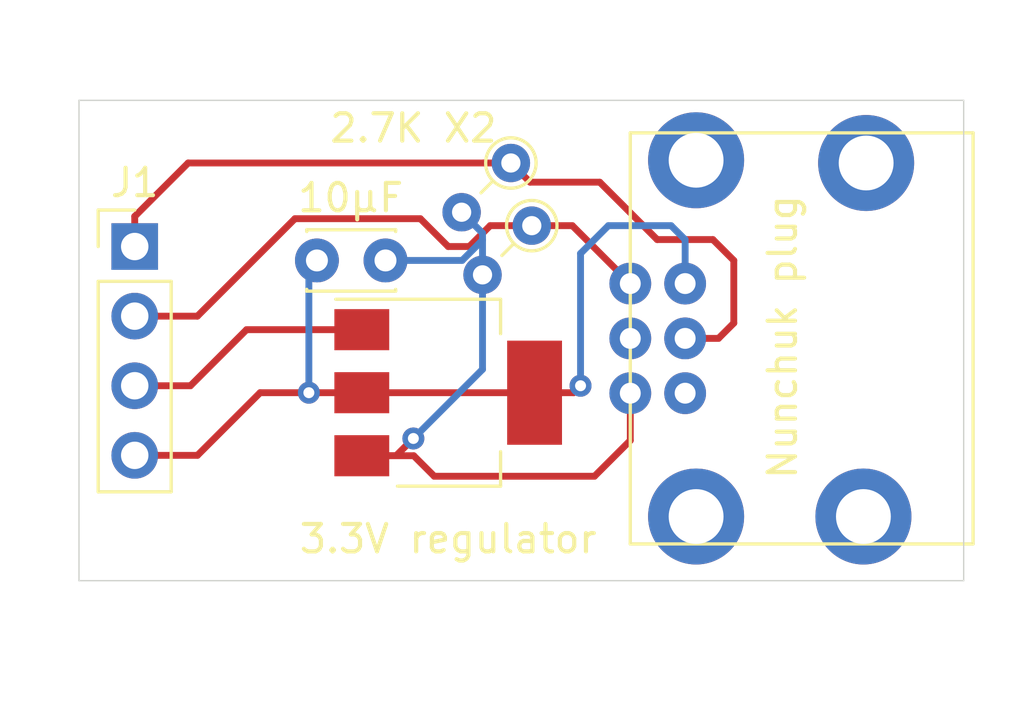
<source format=kicad_pcb>
(kicad_pcb (version 20171130) (host pcbnew "(5.1.4)-1")

  (general
    (thickness 1.6)
    (drawings 4)
    (tracks 59)
    (zones 0)
    (modules 6)
    (nets 8)
  )

  (page A4)
  (layers
    (0 F.Cu signal)
    (31 B.Cu signal)
    (32 B.Adhes user)
    (33 F.Adhes user)
    (34 B.Paste user)
    (35 F.Paste user)
    (36 B.SilkS user)
    (37 F.SilkS user)
    (38 B.Mask user)
    (39 F.Mask user)
    (40 Dwgs.User user)
    (41 Cmts.User user)
    (42 Eco1.User user)
    (43 Eco2.User user)
    (44 Edge.Cuts user)
    (45 Margin user)
    (46 B.CrtYd user)
    (47 F.CrtYd user)
    (48 B.Fab user)
    (49 F.Fab user)
  )

  (setup
    (last_trace_width 0.25)
    (trace_clearance 0.2)
    (zone_clearance 0.508)
    (zone_45_only no)
    (trace_min 0.2)
    (via_size 0.8)
    (via_drill 0.4)
    (via_min_size 0.4)
    (via_min_drill 0.3)
    (uvia_size 0.3)
    (uvia_drill 0.1)
    (uvias_allowed no)
    (uvia_min_size 0.2)
    (uvia_min_drill 0.1)
    (edge_width 0.05)
    (segment_width 0.2)
    (pcb_text_width 0.3)
    (pcb_text_size 1.5 1.5)
    (mod_edge_width 0.12)
    (mod_text_size 1 1)
    (mod_text_width 0.15)
    (pad_size 2 3.8)
    (pad_drill 0)
    (pad_to_mask_clearance 0.051)
    (solder_mask_min_width 0.25)
    (aux_axis_origin 0 0)
    (visible_elements 7FFFFFFF)
    (pcbplotparams
      (layerselection 0x010fc_ffffffff)
      (usegerberextensions false)
      (usegerberattributes false)
      (usegerberadvancedattributes false)
      (creategerberjobfile false)
      (excludeedgelayer true)
      (linewidth 0.100000)
      (plotframeref false)
      (viasonmask false)
      (mode 1)
      (useauxorigin false)
      (hpglpennumber 1)
      (hpglpenspeed 20)
      (hpglpendiameter 15.000000)
      (psnegative false)
      (psa4output false)
      (plotreference true)
      (plotvalue true)
      (plotinvisibletext false)
      (padsonsilk false)
      (subtractmaskfromsilk false)
      (outputformat 1)
      (mirror false)
      (drillshape 1)
      (scaleselection 1)
      (outputdirectory ""))
  )

  (net 0 "")
  (net 1 "Net-(C1-Pad1)")
  (net 2 "Net-(J2-Pad2)")
  (net 3 "Net-(J2-Pad3)")
  (net 4 GND)
  (net 5 VCC)
  (net 6 I2C_SDA)
  (net 7 I2C_SCL)

  (net_class Default "This is the default net class."
    (clearance 0.2)
    (trace_width 0.25)
    (via_dia 0.8)
    (via_drill 0.4)
    (uvia_dia 0.3)
    (uvia_drill 0.1)
    (add_net GND)
    (add_net I2C_SCL)
    (add_net I2C_SDA)
    (add_net "Net-(C1-Pad1)")
    (add_net "Net-(J2-Pad2)")
    (add_net "Net-(J2-Pad3)")
    (add_net VCC)
  )

  (module Capacitor_THT:C_Disc_D3.0mm_W2.0mm_P2.50mm (layer F.Cu) (tedit 5AE50EF0) (tstamp 5DDCF3BA)
    (at 171.958 90.17 180)
    (descr "C, Disc series, Radial, pin pitch=2.50mm, , diameter*width=3*2mm^2, Capacitor")
    (tags "C Disc series Radial pin pitch 2.50mm  diameter 3mm width 2mm Capacitor")
    (path /5DC2104A)
    (fp_text reference 10µF (at 1.27 2.286) (layer F.SilkS)
      (effects (font (size 1 1) (thickness 0.15)))
    )
    (fp_text value 10µF (at 0 7.62) (layer F.Fab)
      (effects (font (size 1 1) (thickness 0.15)))
    )
    (fp_text user %R (at 1.25 0) (layer F.Fab)
      (effects (font (size 0.6 0.6) (thickness 0.09)))
    )
    (fp_line (start 3.55 -1.25) (end -1.05 -1.25) (layer F.CrtYd) (width 0.05))
    (fp_line (start 3.55 1.25) (end 3.55 -1.25) (layer F.CrtYd) (width 0.05))
    (fp_line (start -1.05 1.25) (end 3.55 1.25) (layer F.CrtYd) (width 0.05))
    (fp_line (start -1.05 -1.25) (end -1.05 1.25) (layer F.CrtYd) (width 0.05))
    (fp_line (start 2.87 1.055) (end 2.87 1.12) (layer F.SilkS) (width 0.12))
    (fp_line (start 2.87 -1.12) (end 2.87 -1.055) (layer F.SilkS) (width 0.12))
    (fp_line (start -0.37 1.055) (end -0.37 1.12) (layer F.SilkS) (width 0.12))
    (fp_line (start -0.37 -1.12) (end -0.37 -1.055) (layer F.SilkS) (width 0.12))
    (fp_line (start -0.37 1.12) (end 2.87 1.12) (layer F.SilkS) (width 0.12))
    (fp_line (start -0.37 -1.12) (end 2.87 -1.12) (layer F.SilkS) (width 0.12))
    (fp_line (start 2.75 -1) (end -0.25 -1) (layer F.Fab) (width 0.1))
    (fp_line (start 2.75 1) (end 2.75 -1) (layer F.Fab) (width 0.1))
    (fp_line (start -0.25 1) (end 2.75 1) (layer F.Fab) (width 0.1))
    (fp_line (start -0.25 -1) (end -0.25 1) (layer F.Fab) (width 0.1))
    (pad 2 thru_hole circle (at 2.5 0 180) (size 1.6 1.6) (drill 0.8) (layers *.Cu *.Mask)
      (net 4 GND))
    (pad 1 thru_hole circle (at 0 0 180) (size 1.6 1.6) (drill 0.8) (layers *.Cu *.Mask)
      (net 1 "Net-(C1-Pad1)"))
    (model ${KISYS3DMOD}/Capacitor_THT.3dshapes/C_Disc_D3.0mm_W2.0mm_P2.50mm.wrl
      (at (xyz 0 0 0))
      (scale (xyz 1 1 1))
      (rotate (xyz 0 0 0))
    )
  )

  (module Package_TO_SOT_SMD:SOT-223 (layer F.Cu) (tedit 5DDCAA6A) (tstamp 5DDCF1F2)
    (at 174.244 94.996)
    (descr "module CMS SOT223 4 pins")
    (tags "CMS SOT")
    (path /5DC1F5C1)
    (attr smd)
    (fp_text reference "3.3V regulator" (at 0 5.334) (layer F.SilkS)
      (effects (font (size 1 1) (thickness 0.15)))
    )
    (fp_text value LF33_TO220 (at 0 10.668) (layer F.Fab)
      (effects (font (size 1 1) (thickness 0.15)))
    )
    (fp_line (start 1.85 -3.35) (end 1.85 3.35) (layer F.Fab) (width 0.1))
    (fp_line (start -1.85 3.35) (end 1.85 3.35) (layer F.Fab) (width 0.1))
    (fp_line (start -4.1 -3.41) (end 1.91 -3.41) (layer F.SilkS) (width 0.12))
    (fp_line (start -0.8 -3.35) (end 1.85 -3.35) (layer F.Fab) (width 0.1))
    (fp_line (start -1.85 3.41) (end 1.91 3.41) (layer F.SilkS) (width 0.12))
    (fp_line (start -1.85 -2.3) (end -1.85 3.35) (layer F.Fab) (width 0.1))
    (fp_line (start -4.4 -3.6) (end -4.4 3.6) (layer F.CrtYd) (width 0.05))
    (fp_line (start -4.4 3.6) (end 4.4 3.6) (layer F.CrtYd) (width 0.05))
    (fp_line (start 4.4 3.6) (end 4.4 -3.6) (layer F.CrtYd) (width 0.05))
    (fp_line (start 4.4 -3.6) (end -4.4 -3.6) (layer F.CrtYd) (width 0.05))
    (fp_line (start 1.91 -3.41) (end 1.91 -2.15) (layer F.SilkS) (width 0.12))
    (fp_line (start 1.91 3.41) (end 1.91 2.15) (layer F.SilkS) (width 0.12))
    (fp_line (start -1.85 -2.3) (end -0.8 -3.35) (layer F.Fab) (width 0.1))
    (fp_text user %R (at 0 0 90) (layer F.Fab)
      (effects (font (size 0.8 0.8) (thickness 0.12)))
    )
    (pad 1 smd rect (at -3.15 -2.3) (size 2 1.5) (layers F.Cu F.Paste F.Mask)
      (net 5 VCC))
    (pad 3 smd rect (at -3.15 2.3) (size 2 1.5) (layers F.Cu F.Paste F.Mask)
      (net 1 "Net-(C1-Pad1)"))
    (pad 2 smd rect (at -3.15 0) (size 2 1.5) (layers F.Cu F.Paste F.Mask)
      (net 4 GND))
    (pad 4 smd rect (at 3.15 0) (size 2 3.8) (layers F.Cu F.Paste F.Mask)
      (net 4 GND))
    (model ${KISYS3DMOD}/Package_TO_SOT_SMD.3dshapes/SOT-223.wrl
      (at (xyz 0 0 0))
      (scale (xyz 1 1 1))
      (rotate (xyz 0 0 0))
    )
  )

  (module Resistor_THT:R_Axial_DIN0204_L3.6mm_D1.6mm_P2.54mm_Vertical (layer F.Cu) (tedit 5AE5139B) (tstamp 5DDCF402)
    (at 176.53 86.614 225)
    (descr "Resistor, Axial_DIN0204 series, Axial, Vertical, pin pitch=2.54mm, 0.167W, length*diameter=3.6*1.6mm^2, http://cdn-reichelt.de/documents/datenblatt/B400/1_4W%23YAG.pdf")
    (tags "Resistor Axial_DIN0204 series Axial Vertical pin pitch 2.54mm 0.167W length 3.6mm diameter 1.6mm")
    (path /5DC1FA0F)
    (fp_text reference R2 (at -2.334867 -0.898026 45) (layer F.SilkS) hide
      (effects (font (size 1 1) (thickness 0.15)))
    )
    (fp_text value 2.7K (at -2.694077 3.053287 45) (layer F.Fab)
      (effects (font (size 1 1) (thickness 0.15)))
    )
    (fp_text user %R (at 1.27 -1.92 45) (layer F.Fab)
      (effects (font (size 1 1) (thickness 0.15)))
    )
    (fp_line (start 3.49 -1.05) (end -1.05 -1.05) (layer F.CrtYd) (width 0.05))
    (fp_line (start 3.49 1.05) (end 3.49 -1.05) (layer F.CrtYd) (width 0.05))
    (fp_line (start -1.05 1.05) (end 3.49 1.05) (layer F.CrtYd) (width 0.05))
    (fp_line (start -1.05 -1.05) (end -1.05 1.05) (layer F.CrtYd) (width 0.05))
    (fp_line (start 0.92 0) (end 1.54 0) (layer F.SilkS) (width 0.12))
    (fp_line (start 0 0) (end 2.54 0) (layer F.Fab) (width 0.1))
    (fp_circle (center 0 0) (end 0.92 0) (layer F.SilkS) (width 0.12))
    (fp_circle (center 0 0) (end 0.8 0) (layer F.Fab) (width 0.1))
    (pad 2 thru_hole oval (at 2.54 0 225) (size 1.4 1.4) (drill 0.7) (layers *.Cu *.Mask)
      (net 1 "Net-(C1-Pad1)"))
    (pad 1 thru_hole circle (at 0 0 225) (size 1.4 1.4) (drill 0.7) (layers *.Cu *.Mask)
      (net 7 I2C_SCL))
    (model ${KISYS3DMOD}/Resistor_THT.3dshapes/R_Axial_DIN0204_L3.6mm_D1.6mm_P2.54mm_Vertical.wrl
      (at (xyz 0 0 0))
      (scale (xyz 1 1 1))
      (rotate (xyz 0 0 0))
    )
  )

  (module Resistor_THT:R_Axial_DIN0204_L3.6mm_D1.6mm_P2.54mm_Vertical (layer F.Cu) (tedit 5AE5139B) (tstamp 5DDCF3F3)
    (at 177.292 88.9 225)
    (descr "Resistor, Axial_DIN0204 series, Axial, Vertical, pin pitch=2.54mm, 0.167W, length*diameter=3.6*1.6mm^2, http://cdn-reichelt.de/documents/datenblatt/B400/1_4W%23YAG.pdf")
    (tags "Resistor Axial_DIN0204 series Axial Vertical pin pitch 2.54mm 0.167W length 3.6mm diameter 1.6mm")
    (path /5DC1F8F9)
    (fp_text reference "2.7K X2" (at 0.538815 5.567759) (layer F.SilkS)
      (effects (font (size 1 1) (thickness 0.15)))
    )
    (fp_text value 2.7K (at -6.465784 2.155261 45) (layer F.Fab)
      (effects (font (size 1 1) (thickness 0.15)))
    )
    (fp_text user %R (at 1.27 -1.92 45) (layer F.Fab)
      (effects (font (size 1 1) (thickness 0.15)))
    )
    (fp_line (start 3.49 -1.05) (end -1.05 -1.05) (layer F.CrtYd) (width 0.05))
    (fp_line (start 3.49 1.05) (end 3.49 -1.05) (layer F.CrtYd) (width 0.05))
    (fp_line (start -1.05 1.05) (end 3.49 1.05) (layer F.CrtYd) (width 0.05))
    (fp_line (start -1.05 -1.05) (end -1.05 1.05) (layer F.CrtYd) (width 0.05))
    (fp_line (start 0.92 0) (end 1.54 0) (layer F.SilkS) (width 0.12))
    (fp_line (start 0 0) (end 2.54 0) (layer F.Fab) (width 0.1))
    (fp_circle (center 0 0) (end 0.92 0) (layer F.SilkS) (width 0.12))
    (fp_circle (center 0 0) (end 0.8 0) (layer F.Fab) (width 0.1))
    (pad 2 thru_hole oval (at 2.54 0 225) (size 1.4 1.4) (drill 0.7) (layers *.Cu *.Mask)
      (net 1 "Net-(C1-Pad1)"))
    (pad 1 thru_hole circle (at 0 0 225) (size 1.4 1.4) (drill 0.7) (layers *.Cu *.Mask)
      (net 6 I2C_SDA))
    (model ${KISYS3DMOD}/Resistor_THT.3dshapes/R_Axial_DIN0204_L3.6mm_D1.6mm_P2.54mm_Vertical.wrl
      (at (xyz 0 0 0))
      (scale (xyz 1 1 1))
      (rotate (xyz 0 0 0))
    )
  )

  (module wiicam:wiimote_plug (layer F.Cu) (tedit 5DDCA30D) (tstamp 5DDCF3E4)
    (at 180.884 93.014)
    (path /5DC1E72D)
    (fp_text reference "Nunchuk plug" (at 5.552 -0.05 90) (layer F.SilkS)
      (effects (font (size 1 1) (thickness 0.15)))
    )
    (fp_text value Conn_01x06_Male (at 7.6 0) (layer F.Fab)
      (effects (font (size 1 1) (thickness 0.15)))
    )
    (fp_line (start 0 7.5) (end 0 -7.5) (layer F.SilkS) (width 0.12))
    (fp_line (start 12.5 7.5) (end 0 7.5) (layer F.SilkS) (width 0.12))
    (fp_line (start 12.5 -7.5) (end 12.5 7.5) (layer F.SilkS) (width 0.12))
    (fp_line (start 0 -7.5) (end 12.5 -7.5) (layer F.SilkS) (width 0.12))
    (pad 1 thru_hole circle (at 0 2) (size 1.524 1.524) (drill 0.762) (layers *.Cu *.Mask)
      (net 1 "Net-(C1-Pad1)"))
    (pad 2 thru_hole circle (at 2 2) (size 1.524 1.524) (drill 0.762) (layers *.Cu *.Mask)
      (net 2 "Net-(J2-Pad2)"))
    (pad 3 thru_hole circle (at 0 0) (size 1.524 1.524) (drill 0.762) (layers *.Cu *.Mask)
      (net 3 "Net-(J2-Pad3)"))
    (pad 4 thru_hole circle (at 2 0) (size 1.524 1.524) (drill 0.762) (layers *.Cu *.Mask)
      (net 7 I2C_SCL))
    (pad 5 thru_hole circle (at 0 -2) (size 1.524 1.524) (drill 0.762) (layers *.Cu *.Mask)
      (net 6 I2C_SDA))
    (pad 6 thru_hole circle (at 2 -2) (size 1.524 1.524) (drill 0.762) (layers *.Cu *.Mask)
      (net 4 GND))
    (pad NC thru_hole circle (at 2.4 -6.5) (size 3.5 3.5) (drill 2) (layers *.Cu *.Mask))
    (pad NC thru_hole circle (at 2.4 6.5) (size 3.5 3.5) (drill 2) (layers *.Cu *.Mask))
    (pad NC thru_hole circle (at 8.5 6.5) (size 3.5 3.5) (drill 2) (layers *.Cu *.Mask))
    (pad NC thru_hole circle (at 8.6 -6.4) (size 3.5 3.5) (drill 2) (layers *.Cu *.Mask))
  )

  (module Connector_PinHeader_2.54mm:PinHeader_1x04_P2.54mm_Vertical (layer F.Cu) (tedit 59FED5CC) (tstamp 5DDCF3D2)
    (at 162.814 89.662)
    (descr "Through hole straight pin header, 1x04, 2.54mm pitch, single row")
    (tags "Through hole pin header THT 1x04 2.54mm single row")
    (path /5DC1E6BA)
    (fp_text reference J1 (at 0 -2.33) (layer F.SilkS)
      (effects (font (size 1 1) (thickness 0.15)))
    )
    (fp_text value Conn_01x04_Male (at -4.064 0 270) (layer F.Fab)
      (effects (font (size 1 1) (thickness 0.15)))
    )
    (fp_text user %R (at 0 3.81 90) (layer F.Fab)
      (effects (font (size 1 1) (thickness 0.15)))
    )
    (fp_line (start 1.8 -1.8) (end -1.8 -1.8) (layer F.CrtYd) (width 0.05))
    (fp_line (start 1.8 9.4) (end 1.8 -1.8) (layer F.CrtYd) (width 0.05))
    (fp_line (start -1.8 9.4) (end 1.8 9.4) (layer F.CrtYd) (width 0.05))
    (fp_line (start -1.8 -1.8) (end -1.8 9.4) (layer F.CrtYd) (width 0.05))
    (fp_line (start -1.33 -1.33) (end 0 -1.33) (layer F.SilkS) (width 0.12))
    (fp_line (start -1.33 0) (end -1.33 -1.33) (layer F.SilkS) (width 0.12))
    (fp_line (start -1.33 1.27) (end 1.33 1.27) (layer F.SilkS) (width 0.12))
    (fp_line (start 1.33 1.27) (end 1.33 8.95) (layer F.SilkS) (width 0.12))
    (fp_line (start -1.33 1.27) (end -1.33 8.95) (layer F.SilkS) (width 0.12))
    (fp_line (start -1.33 8.95) (end 1.33 8.95) (layer F.SilkS) (width 0.12))
    (fp_line (start -1.27 -0.635) (end -0.635 -1.27) (layer F.Fab) (width 0.1))
    (fp_line (start -1.27 8.89) (end -1.27 -0.635) (layer F.Fab) (width 0.1))
    (fp_line (start 1.27 8.89) (end -1.27 8.89) (layer F.Fab) (width 0.1))
    (fp_line (start 1.27 -1.27) (end 1.27 8.89) (layer F.Fab) (width 0.1))
    (fp_line (start -0.635 -1.27) (end 1.27 -1.27) (layer F.Fab) (width 0.1))
    (pad 4 thru_hole oval (at 0 7.62) (size 1.7 1.7) (drill 1) (layers *.Cu *.Mask)
      (net 4 GND))
    (pad 3 thru_hole oval (at 0 5.08) (size 1.7 1.7) (drill 1) (layers *.Cu *.Mask)
      (net 5 VCC))
    (pad 2 thru_hole oval (at 0 2.54) (size 1.7 1.7) (drill 1) (layers *.Cu *.Mask)
      (net 6 I2C_SDA))
    (pad 1 thru_hole rect (at 0 0) (size 1.7 1.7) (drill 1) (layers *.Cu *.Mask)
      (net 7 I2C_SCL))
    (model ${KISYS3DMOD}/Connector_PinHeader_2.54mm.3dshapes/PinHeader_1x04_P2.54mm_Vertical.wrl
      (at (xyz 0 0 0))
      (scale (xyz 1 1 1))
      (rotate (xyz 0 0 0))
    )
  )

  (gr_line (start 160.782 84.328) (end 193.04 84.328) (layer Edge.Cuts) (width 0.05) (tstamp 5DDD1E44))
  (gr_line (start 160.782 101.854) (end 160.782 84.328) (layer Edge.Cuts) (width 0.05))
  (gr_line (start 193.04 101.854) (end 160.782 101.854) (layer Edge.Cuts) (width 0.05))
  (gr_line (start 193.04 84.328) (end 193.04 101.854) (layer Edge.Cuts) (width 0.05))

  (segment (start 177.394 94.996) (end 177.394 94.096) (width 0.25) (layer F.Cu) (net 4))
  (via (at 179.07 94.742) (size 0.8) (drill 0.4) (layers F.Cu B.Cu) (net 4))
  (segment (start 178.816 94.996) (end 179.07 94.742) (width 0.25) (layer F.Cu) (net 4))
  (segment (start 177.394 94.996) (end 178.816 94.996) (width 0.25) (layer F.Cu) (net 4))
  (segment (start 170.854 97.536) (end 171.094 97.296) (width 0.25) (layer F.Cu) (net 1))
  (segment (start 180.884 95.014) (end 180.884 96.738) (width 0.25) (layer F.Cu) (net 1))
  (segment (start 180.884 96.738) (end 179.578 98.044) (width 0.25) (layer F.Cu) (net 1))
  (segment (start 179.578 98.044) (end 173.736 98.044) (width 0.25) (layer F.Cu) (net 1))
  (segment (start 172.988 97.296) (end 171.094 97.296) (width 0.25) (layer F.Cu) (net 1))
  (segment (start 173.736 98.044) (end 172.988 97.296) (width 0.25) (layer F.Cu) (net 1))
  (segment (start 172.974 96.666) (end 172.974 96.666) (width 0.25) (layer F.Cu) (net 1) (tstamp 5DDD0FD1))
  (via (at 172.974 96.666) (size 0.8) (drill 0.4) (layers F.Cu B.Cu) (net 1))
  (segment (start 172.344 97.296) (end 172.974 96.666) (width 0.25) (layer F.Cu) (net 1))
  (segment (start 171.094 97.296) (end 172.344 97.296) (width 0.25) (layer F.Cu) (net 1))
  (segment (start 175.495949 94.144051) (end 175.495949 90.696051) (width 0.25) (layer B.Cu) (net 1))
  (segment (start 172.974 96.666) (end 175.495949 94.144051) (width 0.25) (layer B.Cu) (net 1))
  (segment (start 175.495949 89.172051) (end 174.733949 88.410051) (width 0.25) (layer B.Cu) (net 1))
  (segment (start 174.752 90.17) (end 175.495949 89.426051) (width 0.25) (layer B.Cu) (net 1))
  (segment (start 171.958 90.17) (end 174.752 90.17) (width 0.25) (layer B.Cu) (net 1))
  (segment (start 175.495949 90.696051) (end 175.495949 89.426051) (width 0.25) (layer B.Cu) (net 1))
  (segment (start 175.495949 89.426051) (end 175.495949 89.172051) (width 0.25) (layer B.Cu) (net 1))
  (segment (start 171.054 95.036) (end 171.094 94.996) (width 0.25) (layer F.Cu) (net 4))
  (segment (start 179.07 94.742) (end 179.07 89.916) (width 0.25) (layer B.Cu) (net 4))
  (segment (start 179.07 89.916) (end 180.086 88.9) (width 0.25) (layer B.Cu) (net 4))
  (segment (start 180.086 88.9) (end 182.372 88.9) (width 0.25) (layer B.Cu) (net 4))
  (segment (start 182.884 89.412) (end 182.884 91.014) (width 0.25) (layer B.Cu) (net 4))
  (segment (start 182.372 88.9) (end 182.884 89.412) (width 0.25) (layer B.Cu) (net 4))
  (segment (start 171.094 94.996) (end 177.394 94.996) (width 0.25) (layer F.Cu) (net 4))
  (segment (start 171.094 94.996) (end 169.164 94.996) (width 0.25) (layer F.Cu) (net 4))
  (segment (start 167.386 94.996) (end 165.1 97.282) (width 0.25) (layer F.Cu) (net 4))
  (segment (start 169.164 94.996) (end 167.386 94.996) (width 0.25) (layer F.Cu) (net 4) (tstamp 5DDD1E11))
  (via (at 169.164 94.996) (size 0.8) (drill 0.4) (layers F.Cu B.Cu) (net 4))
  (segment (start 169.164 90.464) (end 169.458 90.17) (width 0.25) (layer B.Cu) (net 4))
  (segment (start 169.164 94.996) (end 169.164 90.464) (width 0.25) (layer B.Cu) (net 4))
  (segment (start 165.1 97.282) (end 162.814 97.282) (width 0.25) (layer F.Cu) (net 4))
  (segment (start 164.846 94.742) (end 162.814 94.742) (width 0.25) (layer F.Cu) (net 5))
  (segment (start 171.094 92.696) (end 166.892 92.696) (width 0.25) (layer F.Cu) (net 5))
  (segment (start 166.892 92.696) (end 164.846 94.742) (width 0.25) (layer F.Cu) (net 5))
  (segment (start 178.77 88.9) (end 180.884 91.014) (width 0.25) (layer F.Cu) (net 6))
  (segment (start 177.292 88.9) (end 178.77 88.9) (width 0.25) (layer F.Cu) (net 6))
  (segment (start 175.774998 88.9) (end 175.012998 89.662) (width 0.25) (layer F.Cu) (net 6))
  (segment (start 177.292 88.9) (end 175.774998 88.9) (width 0.25) (layer F.Cu) (net 6))
  (segment (start 175.012998 89.662) (end 174.244 89.662) (width 0.25) (layer F.Cu) (net 6))
  (segment (start 174.244 89.662) (end 173.228 88.646) (width 0.25) (layer F.Cu) (net 6))
  (segment (start 173.228 88.646) (end 168.656 88.646) (width 0.25) (layer F.Cu) (net 6))
  (segment (start 165.1 92.202) (end 162.814 92.202) (width 0.25) (layer F.Cu) (net 6))
  (segment (start 168.656 88.646) (end 165.1 92.202) (width 0.25) (layer F.Cu) (net 6))
  (segment (start 184.1 93.014) (end 182.884 93.014) (width 0.25) (layer F.Cu) (net 7))
  (segment (start 184.658 92.456) (end 184.1 93.014) (width 0.25) (layer F.Cu) (net 7))
  (segment (start 177.229999 87.313999) (end 179.769999 87.313999) (width 0.25) (layer F.Cu) (net 7))
  (segment (start 176.53 86.614) (end 177.229999 87.313999) (width 0.25) (layer F.Cu) (net 7))
  (segment (start 179.769999 87.313999) (end 181.864 89.408) (width 0.25) (layer F.Cu) (net 7))
  (segment (start 181.864 89.408) (end 183.896 89.408) (width 0.25) (layer F.Cu) (net 7))
  (segment (start 183.896 89.408) (end 184.658 90.17) (width 0.25) (layer F.Cu) (net 7))
  (segment (start 184.658 90.17) (end 184.658 92.456) (width 0.25) (layer F.Cu) (net 7))
  (segment (start 175.540051 86.614) (end 176.53 86.614) (width 0.25) (layer F.Cu) (net 7))
  (segment (start 164.762 86.614) (end 175.540051 86.614) (width 0.25) (layer F.Cu) (net 7))
  (segment (start 162.814 88.562) (end 164.762 86.614) (width 0.25) (layer F.Cu) (net 7))
  (segment (start 162.814 89.662) (end 162.814 88.562) (width 0.25) (layer F.Cu) (net 7))

)

</source>
